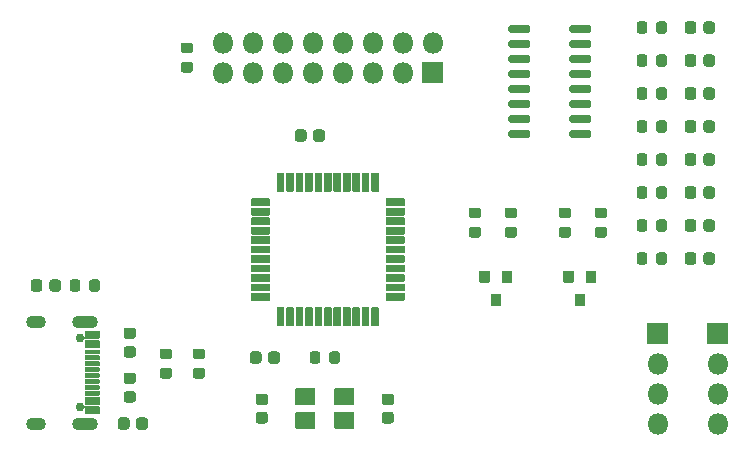
<source format=gbr>
%TF.GenerationSoftware,KiCad,Pcbnew,(5.1.7)-1*%
%TF.CreationDate,2020-10-25T16:34:13+08:00*%
%TF.ProjectId,MuseDash-Peaches2,4d757365-4461-4736-982d-506561636865,rev?*%
%TF.SameCoordinates,Original*%
%TF.FileFunction,Soldermask,Top*%
%TF.FilePolarity,Negative*%
%FSLAX46Y46*%
G04 Gerber Fmt 4.6, Leading zero omitted, Abs format (unit mm)*
G04 Created by KiCad (PCBNEW (5.1.7)-1) date 2020-10-25 16:34:13*
%MOMM*%
%LPD*%
G01*
G04 APERTURE LIST*
%ADD10O,1.800000X1.800000*%
%ADD11C,0.750000*%
%ADD12O,1.700000X1.100000*%
%ADD13O,2.200000X1.100000*%
%ADD14C,0.350000*%
G04 APERTURE END LIST*
%TO.C,C3*%
G36*
G01*
X122195000Y-93197000D02*
X121645000Y-93197000D01*
G75*
G02*
X121395000Y-92947000I0J250000D01*
G01*
X121395000Y-92447000D01*
G75*
G02*
X121645000Y-92197000I250000J0D01*
G01*
X122195000Y-92197000D01*
G75*
G02*
X122445000Y-92447000I0J-250000D01*
G01*
X122445000Y-92947000D01*
G75*
G02*
X122195000Y-93197000I-250000J0D01*
G01*
G37*
G36*
G01*
X122195000Y-94747000D02*
X121645000Y-94747000D01*
G75*
G02*
X121395000Y-94497000I0J250000D01*
G01*
X121395000Y-93997000D01*
G75*
G02*
X121645000Y-93747000I250000J0D01*
G01*
X122195000Y-93747000D01*
G75*
G02*
X122445000Y-93997000I0J-250000D01*
G01*
X122445000Y-94497000D01*
G75*
G02*
X122195000Y-94747000I-250000J0D01*
G01*
G37*
%TD*%
%TO.C,C2*%
G36*
G01*
X132863000Y-93197000D02*
X132313000Y-93197000D01*
G75*
G02*
X132063000Y-92947000I0J250000D01*
G01*
X132063000Y-92447000D01*
G75*
G02*
X132313000Y-92197000I250000J0D01*
G01*
X132863000Y-92197000D01*
G75*
G02*
X133113000Y-92447000I0J-250000D01*
G01*
X133113000Y-92947000D01*
G75*
G02*
X132863000Y-93197000I-250000J0D01*
G01*
G37*
G36*
G01*
X132863000Y-94747000D02*
X132313000Y-94747000D01*
G75*
G02*
X132063000Y-94497000I0J250000D01*
G01*
X132063000Y-93997000D01*
G75*
G02*
X132313000Y-93747000I250000J0D01*
G01*
X132863000Y-93747000D01*
G75*
G02*
X133113000Y-93997000I0J-250000D01*
G01*
X133113000Y-94497000D01*
G75*
G02*
X132863000Y-94747000I-250000J0D01*
G01*
G37*
%TD*%
%TO.C,R6*%
G36*
G01*
X116286000Y-90037000D02*
X116886000Y-90037000D01*
G75*
G02*
X117111000Y-90262000I0J-225000D01*
G01*
X117111000Y-90712000D01*
G75*
G02*
X116886000Y-90937000I-225000J0D01*
G01*
X116286000Y-90937000D01*
G75*
G02*
X116061000Y-90712000I0J225000D01*
G01*
X116061000Y-90262000D01*
G75*
G02*
X116286000Y-90037000I225000J0D01*
G01*
G37*
G36*
G01*
X116286000Y-88387000D02*
X116886000Y-88387000D01*
G75*
G02*
X117111000Y-88612000I0J-225000D01*
G01*
X117111000Y-89062000D01*
G75*
G02*
X116886000Y-89287000I-225000J0D01*
G01*
X116286000Y-89287000D01*
G75*
G02*
X116061000Y-89062000I0J225000D01*
G01*
X116061000Y-88612000D01*
G75*
G02*
X116286000Y-88387000I225000J0D01*
G01*
G37*
%TD*%
%TO.C,C1*%
G36*
G01*
X110723000Y-94467000D02*
X110723000Y-95017000D01*
G75*
G02*
X110473000Y-95267000I-250000J0D01*
G01*
X109973000Y-95267000D01*
G75*
G02*
X109723000Y-95017000I0J250000D01*
G01*
X109723000Y-94467000D01*
G75*
G02*
X109973000Y-94217000I250000J0D01*
G01*
X110473000Y-94217000D01*
G75*
G02*
X110723000Y-94467000I0J-250000D01*
G01*
G37*
G36*
G01*
X112273000Y-94467000D02*
X112273000Y-95017000D01*
G75*
G02*
X112023000Y-95267000I-250000J0D01*
G01*
X111523000Y-95267000D01*
G75*
G02*
X111273000Y-95017000I0J250000D01*
G01*
X111273000Y-94467000D01*
G75*
G02*
X111523000Y-94217000I250000J0D01*
G01*
X112023000Y-94217000D01*
G75*
G02*
X112273000Y-94467000I0J-250000D01*
G01*
G37*
%TD*%
%TO.C,D4*%
G36*
G01*
X110462750Y-88184000D02*
X111025250Y-88184000D01*
G75*
G02*
X111269000Y-88427750I0J-243750D01*
G01*
X111269000Y-88915250D01*
G75*
G02*
X111025250Y-89159000I-243750J0D01*
G01*
X110462750Y-89159000D01*
G75*
G02*
X110219000Y-88915250I0J243750D01*
G01*
X110219000Y-88427750D01*
G75*
G02*
X110462750Y-88184000I243750J0D01*
G01*
G37*
G36*
G01*
X110462750Y-86609000D02*
X111025250Y-86609000D01*
G75*
G02*
X111269000Y-86852750I0J-243750D01*
G01*
X111269000Y-87340250D01*
G75*
G02*
X111025250Y-87584000I-243750J0D01*
G01*
X110462750Y-87584000D01*
G75*
G02*
X110219000Y-87340250I0J243750D01*
G01*
X110219000Y-86852750D01*
G75*
G02*
X110462750Y-86609000I243750J0D01*
G01*
G37*
%TD*%
%TO.C,D3*%
G36*
G01*
X111025250Y-92969000D02*
X110462750Y-92969000D01*
G75*
G02*
X110219000Y-92725250I0J243750D01*
G01*
X110219000Y-92237750D01*
G75*
G02*
X110462750Y-91994000I243750J0D01*
G01*
X111025250Y-91994000D01*
G75*
G02*
X111269000Y-92237750I0J-243750D01*
G01*
X111269000Y-92725250D01*
G75*
G02*
X111025250Y-92969000I-243750J0D01*
G01*
G37*
G36*
G01*
X111025250Y-91394000D02*
X110462750Y-91394000D01*
G75*
G02*
X110219000Y-91150250I0J243750D01*
G01*
X110219000Y-90662750D01*
G75*
G02*
X110462750Y-90419000I243750J0D01*
G01*
X111025250Y-90419000D01*
G75*
G02*
X111269000Y-90662750I0J-243750D01*
G01*
X111269000Y-91150250D01*
G75*
G02*
X111025250Y-91394000I-243750J0D01*
G01*
G37*
%TD*%
%TO.C,J3*%
G36*
G01*
X159628000Y-87972000D02*
X159628000Y-86272000D01*
G75*
G02*
X159678000Y-86222000I50000J0D01*
G01*
X161378000Y-86222000D01*
G75*
G02*
X161428000Y-86272000I0J-50000D01*
G01*
X161428000Y-87972000D01*
G75*
G02*
X161378000Y-88022000I-50000J0D01*
G01*
X159678000Y-88022000D01*
G75*
G02*
X159628000Y-87972000I0J50000D01*
G01*
G37*
D10*
X160528000Y-89662000D03*
X160528000Y-92202000D03*
X160528000Y-94742000D03*
%TD*%
%TO.C,Y1*%
G36*
G01*
X129754000Y-93822000D02*
X129754000Y-95122000D01*
G75*
G02*
X129704000Y-95172000I-50000J0D01*
G01*
X128104000Y-95172000D01*
G75*
G02*
X128054000Y-95122000I0J50000D01*
G01*
X128054000Y-93822000D01*
G75*
G02*
X128104000Y-93772000I50000J0D01*
G01*
X129704000Y-93772000D01*
G75*
G02*
X129754000Y-93822000I0J-50000D01*
G01*
G37*
G36*
G01*
X126454000Y-93822000D02*
X126454000Y-95122000D01*
G75*
G02*
X126404000Y-95172000I-50000J0D01*
G01*
X124804000Y-95172000D01*
G75*
G02*
X124754000Y-95122000I0J50000D01*
G01*
X124754000Y-93822000D01*
G75*
G02*
X124804000Y-93772000I50000J0D01*
G01*
X126404000Y-93772000D01*
G75*
G02*
X126454000Y-93822000I0J-50000D01*
G01*
G37*
G36*
G01*
X126454000Y-91822000D02*
X126454000Y-93122000D01*
G75*
G02*
X126404000Y-93172000I-50000J0D01*
G01*
X124804000Y-93172000D01*
G75*
G02*
X124754000Y-93122000I0J50000D01*
G01*
X124754000Y-91822000D01*
G75*
G02*
X124804000Y-91772000I50000J0D01*
G01*
X126404000Y-91772000D01*
G75*
G02*
X126454000Y-91822000I0J-50000D01*
G01*
G37*
G36*
G01*
X129754000Y-91822000D02*
X129754000Y-93122000D01*
G75*
G02*
X129704000Y-93172000I-50000J0D01*
G01*
X128104000Y-93172000D01*
G75*
G02*
X128054000Y-93122000I0J50000D01*
G01*
X128054000Y-91822000D01*
G75*
G02*
X128104000Y-91772000I50000J0D01*
G01*
X129704000Y-91772000D01*
G75*
G02*
X129754000Y-91822000I0J-50000D01*
G01*
G37*
%TD*%
%TO.C,U2*%
G36*
G01*
X123783000Y-75110000D02*
X123233000Y-75110000D01*
G75*
G02*
X123183000Y-75060000I0J50000D01*
G01*
X123183000Y-73560000D01*
G75*
G02*
X123233000Y-73510000I50000J0D01*
G01*
X123783000Y-73510000D01*
G75*
G02*
X123833000Y-73560000I0J-50000D01*
G01*
X123833000Y-75060000D01*
G75*
G02*
X123783000Y-75110000I-50000J0D01*
G01*
G37*
G36*
G01*
X124583000Y-75110000D02*
X124033000Y-75110000D01*
G75*
G02*
X123983000Y-75060000I0J50000D01*
G01*
X123983000Y-73560000D01*
G75*
G02*
X124033000Y-73510000I50000J0D01*
G01*
X124583000Y-73510000D01*
G75*
G02*
X124633000Y-73560000I0J-50000D01*
G01*
X124633000Y-75060000D01*
G75*
G02*
X124583000Y-75110000I-50000J0D01*
G01*
G37*
G36*
G01*
X125383000Y-75110000D02*
X124833000Y-75110000D01*
G75*
G02*
X124783000Y-75060000I0J50000D01*
G01*
X124783000Y-73560000D01*
G75*
G02*
X124833000Y-73510000I50000J0D01*
G01*
X125383000Y-73510000D01*
G75*
G02*
X125433000Y-73560000I0J-50000D01*
G01*
X125433000Y-75060000D01*
G75*
G02*
X125383000Y-75110000I-50000J0D01*
G01*
G37*
G36*
G01*
X126183000Y-75110000D02*
X125633000Y-75110000D01*
G75*
G02*
X125583000Y-75060000I0J50000D01*
G01*
X125583000Y-73560000D01*
G75*
G02*
X125633000Y-73510000I50000J0D01*
G01*
X126183000Y-73510000D01*
G75*
G02*
X126233000Y-73560000I0J-50000D01*
G01*
X126233000Y-75060000D01*
G75*
G02*
X126183000Y-75110000I-50000J0D01*
G01*
G37*
G36*
G01*
X126983000Y-75110000D02*
X126433000Y-75110000D01*
G75*
G02*
X126383000Y-75060000I0J50000D01*
G01*
X126383000Y-73560000D01*
G75*
G02*
X126433000Y-73510000I50000J0D01*
G01*
X126983000Y-73510000D01*
G75*
G02*
X127033000Y-73560000I0J-50000D01*
G01*
X127033000Y-75060000D01*
G75*
G02*
X126983000Y-75110000I-50000J0D01*
G01*
G37*
G36*
G01*
X127783000Y-75110000D02*
X127233000Y-75110000D01*
G75*
G02*
X127183000Y-75060000I0J50000D01*
G01*
X127183000Y-73560000D01*
G75*
G02*
X127233000Y-73510000I50000J0D01*
G01*
X127783000Y-73510000D01*
G75*
G02*
X127833000Y-73560000I0J-50000D01*
G01*
X127833000Y-75060000D01*
G75*
G02*
X127783000Y-75110000I-50000J0D01*
G01*
G37*
G36*
G01*
X128583000Y-75110000D02*
X128033000Y-75110000D01*
G75*
G02*
X127983000Y-75060000I0J50000D01*
G01*
X127983000Y-73560000D01*
G75*
G02*
X128033000Y-73510000I50000J0D01*
G01*
X128583000Y-73510000D01*
G75*
G02*
X128633000Y-73560000I0J-50000D01*
G01*
X128633000Y-75060000D01*
G75*
G02*
X128583000Y-75110000I-50000J0D01*
G01*
G37*
G36*
G01*
X129383000Y-75110000D02*
X128833000Y-75110000D01*
G75*
G02*
X128783000Y-75060000I0J50000D01*
G01*
X128783000Y-73560000D01*
G75*
G02*
X128833000Y-73510000I50000J0D01*
G01*
X129383000Y-73510000D01*
G75*
G02*
X129433000Y-73560000I0J-50000D01*
G01*
X129433000Y-75060000D01*
G75*
G02*
X129383000Y-75110000I-50000J0D01*
G01*
G37*
G36*
G01*
X130183000Y-75110000D02*
X129633000Y-75110000D01*
G75*
G02*
X129583000Y-75060000I0J50000D01*
G01*
X129583000Y-73560000D01*
G75*
G02*
X129633000Y-73510000I50000J0D01*
G01*
X130183000Y-73510000D01*
G75*
G02*
X130233000Y-73560000I0J-50000D01*
G01*
X130233000Y-75060000D01*
G75*
G02*
X130183000Y-75110000I-50000J0D01*
G01*
G37*
G36*
G01*
X130983000Y-75110000D02*
X130433000Y-75110000D01*
G75*
G02*
X130383000Y-75060000I0J50000D01*
G01*
X130383000Y-73560000D01*
G75*
G02*
X130433000Y-73510000I50000J0D01*
G01*
X130983000Y-73510000D01*
G75*
G02*
X131033000Y-73560000I0J-50000D01*
G01*
X131033000Y-75060000D01*
G75*
G02*
X130983000Y-75110000I-50000J0D01*
G01*
G37*
G36*
G01*
X131783000Y-75110000D02*
X131233000Y-75110000D01*
G75*
G02*
X131183000Y-75060000I0J50000D01*
G01*
X131183000Y-73560000D01*
G75*
G02*
X131233000Y-73510000I50000J0D01*
G01*
X131783000Y-73510000D01*
G75*
G02*
X131833000Y-73560000I0J-50000D01*
G01*
X131833000Y-75060000D01*
G75*
G02*
X131783000Y-75110000I-50000J0D01*
G01*
G37*
G36*
G01*
X132408000Y-76285000D02*
X132408000Y-75735000D01*
G75*
G02*
X132458000Y-75685000I50000J0D01*
G01*
X133958000Y-75685000D01*
G75*
G02*
X134008000Y-75735000I0J-50000D01*
G01*
X134008000Y-76285000D01*
G75*
G02*
X133958000Y-76335000I-50000J0D01*
G01*
X132458000Y-76335000D01*
G75*
G02*
X132408000Y-76285000I0J50000D01*
G01*
G37*
G36*
G01*
X132408000Y-77085000D02*
X132408000Y-76535000D01*
G75*
G02*
X132458000Y-76485000I50000J0D01*
G01*
X133958000Y-76485000D01*
G75*
G02*
X134008000Y-76535000I0J-50000D01*
G01*
X134008000Y-77085000D01*
G75*
G02*
X133958000Y-77135000I-50000J0D01*
G01*
X132458000Y-77135000D01*
G75*
G02*
X132408000Y-77085000I0J50000D01*
G01*
G37*
G36*
G01*
X132408000Y-77885000D02*
X132408000Y-77335000D01*
G75*
G02*
X132458000Y-77285000I50000J0D01*
G01*
X133958000Y-77285000D01*
G75*
G02*
X134008000Y-77335000I0J-50000D01*
G01*
X134008000Y-77885000D01*
G75*
G02*
X133958000Y-77935000I-50000J0D01*
G01*
X132458000Y-77935000D01*
G75*
G02*
X132408000Y-77885000I0J50000D01*
G01*
G37*
G36*
G01*
X132408000Y-78685000D02*
X132408000Y-78135000D01*
G75*
G02*
X132458000Y-78085000I50000J0D01*
G01*
X133958000Y-78085000D01*
G75*
G02*
X134008000Y-78135000I0J-50000D01*
G01*
X134008000Y-78685000D01*
G75*
G02*
X133958000Y-78735000I-50000J0D01*
G01*
X132458000Y-78735000D01*
G75*
G02*
X132408000Y-78685000I0J50000D01*
G01*
G37*
G36*
G01*
X132408000Y-79485000D02*
X132408000Y-78935000D01*
G75*
G02*
X132458000Y-78885000I50000J0D01*
G01*
X133958000Y-78885000D01*
G75*
G02*
X134008000Y-78935000I0J-50000D01*
G01*
X134008000Y-79485000D01*
G75*
G02*
X133958000Y-79535000I-50000J0D01*
G01*
X132458000Y-79535000D01*
G75*
G02*
X132408000Y-79485000I0J50000D01*
G01*
G37*
G36*
G01*
X132408000Y-80285000D02*
X132408000Y-79735000D01*
G75*
G02*
X132458000Y-79685000I50000J0D01*
G01*
X133958000Y-79685000D01*
G75*
G02*
X134008000Y-79735000I0J-50000D01*
G01*
X134008000Y-80285000D01*
G75*
G02*
X133958000Y-80335000I-50000J0D01*
G01*
X132458000Y-80335000D01*
G75*
G02*
X132408000Y-80285000I0J50000D01*
G01*
G37*
G36*
G01*
X132408000Y-81085000D02*
X132408000Y-80535000D01*
G75*
G02*
X132458000Y-80485000I50000J0D01*
G01*
X133958000Y-80485000D01*
G75*
G02*
X134008000Y-80535000I0J-50000D01*
G01*
X134008000Y-81085000D01*
G75*
G02*
X133958000Y-81135000I-50000J0D01*
G01*
X132458000Y-81135000D01*
G75*
G02*
X132408000Y-81085000I0J50000D01*
G01*
G37*
G36*
G01*
X132408000Y-81885000D02*
X132408000Y-81335000D01*
G75*
G02*
X132458000Y-81285000I50000J0D01*
G01*
X133958000Y-81285000D01*
G75*
G02*
X134008000Y-81335000I0J-50000D01*
G01*
X134008000Y-81885000D01*
G75*
G02*
X133958000Y-81935000I-50000J0D01*
G01*
X132458000Y-81935000D01*
G75*
G02*
X132408000Y-81885000I0J50000D01*
G01*
G37*
G36*
G01*
X132408000Y-82685000D02*
X132408000Y-82135000D01*
G75*
G02*
X132458000Y-82085000I50000J0D01*
G01*
X133958000Y-82085000D01*
G75*
G02*
X134008000Y-82135000I0J-50000D01*
G01*
X134008000Y-82685000D01*
G75*
G02*
X133958000Y-82735000I-50000J0D01*
G01*
X132458000Y-82735000D01*
G75*
G02*
X132408000Y-82685000I0J50000D01*
G01*
G37*
G36*
G01*
X132408000Y-83485000D02*
X132408000Y-82935000D01*
G75*
G02*
X132458000Y-82885000I50000J0D01*
G01*
X133958000Y-82885000D01*
G75*
G02*
X134008000Y-82935000I0J-50000D01*
G01*
X134008000Y-83485000D01*
G75*
G02*
X133958000Y-83535000I-50000J0D01*
G01*
X132458000Y-83535000D01*
G75*
G02*
X132408000Y-83485000I0J50000D01*
G01*
G37*
G36*
G01*
X132408000Y-84285000D02*
X132408000Y-83735000D01*
G75*
G02*
X132458000Y-83685000I50000J0D01*
G01*
X133958000Y-83685000D01*
G75*
G02*
X134008000Y-83735000I0J-50000D01*
G01*
X134008000Y-84285000D01*
G75*
G02*
X133958000Y-84335000I-50000J0D01*
G01*
X132458000Y-84335000D01*
G75*
G02*
X132408000Y-84285000I0J50000D01*
G01*
G37*
G36*
G01*
X131783000Y-86510000D02*
X131233000Y-86510000D01*
G75*
G02*
X131183000Y-86460000I0J50000D01*
G01*
X131183000Y-84960000D01*
G75*
G02*
X131233000Y-84910000I50000J0D01*
G01*
X131783000Y-84910000D01*
G75*
G02*
X131833000Y-84960000I0J-50000D01*
G01*
X131833000Y-86460000D01*
G75*
G02*
X131783000Y-86510000I-50000J0D01*
G01*
G37*
G36*
G01*
X130983000Y-86510000D02*
X130433000Y-86510000D01*
G75*
G02*
X130383000Y-86460000I0J50000D01*
G01*
X130383000Y-84960000D01*
G75*
G02*
X130433000Y-84910000I50000J0D01*
G01*
X130983000Y-84910000D01*
G75*
G02*
X131033000Y-84960000I0J-50000D01*
G01*
X131033000Y-86460000D01*
G75*
G02*
X130983000Y-86510000I-50000J0D01*
G01*
G37*
G36*
G01*
X130183000Y-86510000D02*
X129633000Y-86510000D01*
G75*
G02*
X129583000Y-86460000I0J50000D01*
G01*
X129583000Y-84960000D01*
G75*
G02*
X129633000Y-84910000I50000J0D01*
G01*
X130183000Y-84910000D01*
G75*
G02*
X130233000Y-84960000I0J-50000D01*
G01*
X130233000Y-86460000D01*
G75*
G02*
X130183000Y-86510000I-50000J0D01*
G01*
G37*
G36*
G01*
X129383000Y-86510000D02*
X128833000Y-86510000D01*
G75*
G02*
X128783000Y-86460000I0J50000D01*
G01*
X128783000Y-84960000D01*
G75*
G02*
X128833000Y-84910000I50000J0D01*
G01*
X129383000Y-84910000D01*
G75*
G02*
X129433000Y-84960000I0J-50000D01*
G01*
X129433000Y-86460000D01*
G75*
G02*
X129383000Y-86510000I-50000J0D01*
G01*
G37*
G36*
G01*
X128583000Y-86510000D02*
X128033000Y-86510000D01*
G75*
G02*
X127983000Y-86460000I0J50000D01*
G01*
X127983000Y-84960000D01*
G75*
G02*
X128033000Y-84910000I50000J0D01*
G01*
X128583000Y-84910000D01*
G75*
G02*
X128633000Y-84960000I0J-50000D01*
G01*
X128633000Y-86460000D01*
G75*
G02*
X128583000Y-86510000I-50000J0D01*
G01*
G37*
G36*
G01*
X127783000Y-86510000D02*
X127233000Y-86510000D01*
G75*
G02*
X127183000Y-86460000I0J50000D01*
G01*
X127183000Y-84960000D01*
G75*
G02*
X127233000Y-84910000I50000J0D01*
G01*
X127783000Y-84910000D01*
G75*
G02*
X127833000Y-84960000I0J-50000D01*
G01*
X127833000Y-86460000D01*
G75*
G02*
X127783000Y-86510000I-50000J0D01*
G01*
G37*
G36*
G01*
X126983000Y-86510000D02*
X126433000Y-86510000D01*
G75*
G02*
X126383000Y-86460000I0J50000D01*
G01*
X126383000Y-84960000D01*
G75*
G02*
X126433000Y-84910000I50000J0D01*
G01*
X126983000Y-84910000D01*
G75*
G02*
X127033000Y-84960000I0J-50000D01*
G01*
X127033000Y-86460000D01*
G75*
G02*
X126983000Y-86510000I-50000J0D01*
G01*
G37*
G36*
G01*
X126183000Y-86510000D02*
X125633000Y-86510000D01*
G75*
G02*
X125583000Y-86460000I0J50000D01*
G01*
X125583000Y-84960000D01*
G75*
G02*
X125633000Y-84910000I50000J0D01*
G01*
X126183000Y-84910000D01*
G75*
G02*
X126233000Y-84960000I0J-50000D01*
G01*
X126233000Y-86460000D01*
G75*
G02*
X126183000Y-86510000I-50000J0D01*
G01*
G37*
G36*
G01*
X125383000Y-86510000D02*
X124833000Y-86510000D01*
G75*
G02*
X124783000Y-86460000I0J50000D01*
G01*
X124783000Y-84960000D01*
G75*
G02*
X124833000Y-84910000I50000J0D01*
G01*
X125383000Y-84910000D01*
G75*
G02*
X125433000Y-84960000I0J-50000D01*
G01*
X125433000Y-86460000D01*
G75*
G02*
X125383000Y-86510000I-50000J0D01*
G01*
G37*
G36*
G01*
X124583000Y-86510000D02*
X124033000Y-86510000D01*
G75*
G02*
X123983000Y-86460000I0J50000D01*
G01*
X123983000Y-84960000D01*
G75*
G02*
X124033000Y-84910000I50000J0D01*
G01*
X124583000Y-84910000D01*
G75*
G02*
X124633000Y-84960000I0J-50000D01*
G01*
X124633000Y-86460000D01*
G75*
G02*
X124583000Y-86510000I-50000J0D01*
G01*
G37*
G36*
G01*
X123783000Y-86510000D02*
X123233000Y-86510000D01*
G75*
G02*
X123183000Y-86460000I0J50000D01*
G01*
X123183000Y-84960000D01*
G75*
G02*
X123233000Y-84910000I50000J0D01*
G01*
X123783000Y-84910000D01*
G75*
G02*
X123833000Y-84960000I0J-50000D01*
G01*
X123833000Y-86460000D01*
G75*
G02*
X123783000Y-86510000I-50000J0D01*
G01*
G37*
G36*
G01*
X121008000Y-84285000D02*
X121008000Y-83735000D01*
G75*
G02*
X121058000Y-83685000I50000J0D01*
G01*
X122558000Y-83685000D01*
G75*
G02*
X122608000Y-83735000I0J-50000D01*
G01*
X122608000Y-84285000D01*
G75*
G02*
X122558000Y-84335000I-50000J0D01*
G01*
X121058000Y-84335000D01*
G75*
G02*
X121008000Y-84285000I0J50000D01*
G01*
G37*
G36*
G01*
X121008000Y-83485000D02*
X121008000Y-82935000D01*
G75*
G02*
X121058000Y-82885000I50000J0D01*
G01*
X122558000Y-82885000D01*
G75*
G02*
X122608000Y-82935000I0J-50000D01*
G01*
X122608000Y-83485000D01*
G75*
G02*
X122558000Y-83535000I-50000J0D01*
G01*
X121058000Y-83535000D01*
G75*
G02*
X121008000Y-83485000I0J50000D01*
G01*
G37*
G36*
G01*
X121008000Y-82685000D02*
X121008000Y-82135000D01*
G75*
G02*
X121058000Y-82085000I50000J0D01*
G01*
X122558000Y-82085000D01*
G75*
G02*
X122608000Y-82135000I0J-50000D01*
G01*
X122608000Y-82685000D01*
G75*
G02*
X122558000Y-82735000I-50000J0D01*
G01*
X121058000Y-82735000D01*
G75*
G02*
X121008000Y-82685000I0J50000D01*
G01*
G37*
G36*
G01*
X121008000Y-81885000D02*
X121008000Y-81335000D01*
G75*
G02*
X121058000Y-81285000I50000J0D01*
G01*
X122558000Y-81285000D01*
G75*
G02*
X122608000Y-81335000I0J-50000D01*
G01*
X122608000Y-81885000D01*
G75*
G02*
X122558000Y-81935000I-50000J0D01*
G01*
X121058000Y-81935000D01*
G75*
G02*
X121008000Y-81885000I0J50000D01*
G01*
G37*
G36*
G01*
X121008000Y-81085000D02*
X121008000Y-80535000D01*
G75*
G02*
X121058000Y-80485000I50000J0D01*
G01*
X122558000Y-80485000D01*
G75*
G02*
X122608000Y-80535000I0J-50000D01*
G01*
X122608000Y-81085000D01*
G75*
G02*
X122558000Y-81135000I-50000J0D01*
G01*
X121058000Y-81135000D01*
G75*
G02*
X121008000Y-81085000I0J50000D01*
G01*
G37*
G36*
G01*
X121008000Y-80285000D02*
X121008000Y-79735000D01*
G75*
G02*
X121058000Y-79685000I50000J0D01*
G01*
X122558000Y-79685000D01*
G75*
G02*
X122608000Y-79735000I0J-50000D01*
G01*
X122608000Y-80285000D01*
G75*
G02*
X122558000Y-80335000I-50000J0D01*
G01*
X121058000Y-80335000D01*
G75*
G02*
X121008000Y-80285000I0J50000D01*
G01*
G37*
G36*
G01*
X121008000Y-79485000D02*
X121008000Y-78935000D01*
G75*
G02*
X121058000Y-78885000I50000J0D01*
G01*
X122558000Y-78885000D01*
G75*
G02*
X122608000Y-78935000I0J-50000D01*
G01*
X122608000Y-79485000D01*
G75*
G02*
X122558000Y-79535000I-50000J0D01*
G01*
X121058000Y-79535000D01*
G75*
G02*
X121008000Y-79485000I0J50000D01*
G01*
G37*
G36*
G01*
X121008000Y-78685000D02*
X121008000Y-78135000D01*
G75*
G02*
X121058000Y-78085000I50000J0D01*
G01*
X122558000Y-78085000D01*
G75*
G02*
X122608000Y-78135000I0J-50000D01*
G01*
X122608000Y-78685000D01*
G75*
G02*
X122558000Y-78735000I-50000J0D01*
G01*
X121058000Y-78735000D01*
G75*
G02*
X121008000Y-78685000I0J50000D01*
G01*
G37*
G36*
G01*
X121008000Y-77885000D02*
X121008000Y-77335000D01*
G75*
G02*
X121058000Y-77285000I50000J0D01*
G01*
X122558000Y-77285000D01*
G75*
G02*
X122608000Y-77335000I0J-50000D01*
G01*
X122608000Y-77885000D01*
G75*
G02*
X122558000Y-77935000I-50000J0D01*
G01*
X121058000Y-77935000D01*
G75*
G02*
X121008000Y-77885000I0J50000D01*
G01*
G37*
G36*
G01*
X121008000Y-77085000D02*
X121008000Y-76535000D01*
G75*
G02*
X121058000Y-76485000I50000J0D01*
G01*
X122558000Y-76485000D01*
G75*
G02*
X122608000Y-76535000I0J-50000D01*
G01*
X122608000Y-77085000D01*
G75*
G02*
X122558000Y-77135000I-50000J0D01*
G01*
X121058000Y-77135000D01*
G75*
G02*
X121008000Y-77085000I0J50000D01*
G01*
G37*
G36*
G01*
X121008000Y-76285000D02*
X121008000Y-75735000D01*
G75*
G02*
X121058000Y-75685000I50000J0D01*
G01*
X122558000Y-75685000D01*
G75*
G02*
X122608000Y-75735000I0J-50000D01*
G01*
X122608000Y-76285000D01*
G75*
G02*
X122558000Y-76335000I-50000J0D01*
G01*
X121058000Y-76335000D01*
G75*
G02*
X121008000Y-76285000I0J50000D01*
G01*
G37*
%TD*%
%TO.C,U1*%
G36*
G01*
X149804000Y-70056000D02*
X149804000Y-70406000D01*
G75*
G02*
X149629000Y-70581000I-175000J0D01*
G01*
X148129000Y-70581000D01*
G75*
G02*
X147954000Y-70406000I0J175000D01*
G01*
X147954000Y-70056000D01*
G75*
G02*
X148129000Y-69881000I175000J0D01*
G01*
X149629000Y-69881000D01*
G75*
G02*
X149804000Y-70056000I0J-175000D01*
G01*
G37*
G36*
G01*
X149804000Y-68786000D02*
X149804000Y-69136000D01*
G75*
G02*
X149629000Y-69311000I-175000J0D01*
G01*
X148129000Y-69311000D01*
G75*
G02*
X147954000Y-69136000I0J175000D01*
G01*
X147954000Y-68786000D01*
G75*
G02*
X148129000Y-68611000I175000J0D01*
G01*
X149629000Y-68611000D01*
G75*
G02*
X149804000Y-68786000I0J-175000D01*
G01*
G37*
G36*
G01*
X149804000Y-67516000D02*
X149804000Y-67866000D01*
G75*
G02*
X149629000Y-68041000I-175000J0D01*
G01*
X148129000Y-68041000D01*
G75*
G02*
X147954000Y-67866000I0J175000D01*
G01*
X147954000Y-67516000D01*
G75*
G02*
X148129000Y-67341000I175000J0D01*
G01*
X149629000Y-67341000D01*
G75*
G02*
X149804000Y-67516000I0J-175000D01*
G01*
G37*
G36*
G01*
X149804000Y-66246000D02*
X149804000Y-66596000D01*
G75*
G02*
X149629000Y-66771000I-175000J0D01*
G01*
X148129000Y-66771000D01*
G75*
G02*
X147954000Y-66596000I0J175000D01*
G01*
X147954000Y-66246000D01*
G75*
G02*
X148129000Y-66071000I175000J0D01*
G01*
X149629000Y-66071000D01*
G75*
G02*
X149804000Y-66246000I0J-175000D01*
G01*
G37*
G36*
G01*
X149804000Y-64976000D02*
X149804000Y-65326000D01*
G75*
G02*
X149629000Y-65501000I-175000J0D01*
G01*
X148129000Y-65501000D01*
G75*
G02*
X147954000Y-65326000I0J175000D01*
G01*
X147954000Y-64976000D01*
G75*
G02*
X148129000Y-64801000I175000J0D01*
G01*
X149629000Y-64801000D01*
G75*
G02*
X149804000Y-64976000I0J-175000D01*
G01*
G37*
G36*
G01*
X149804000Y-63706000D02*
X149804000Y-64056000D01*
G75*
G02*
X149629000Y-64231000I-175000J0D01*
G01*
X148129000Y-64231000D01*
G75*
G02*
X147954000Y-64056000I0J175000D01*
G01*
X147954000Y-63706000D01*
G75*
G02*
X148129000Y-63531000I175000J0D01*
G01*
X149629000Y-63531000D01*
G75*
G02*
X149804000Y-63706000I0J-175000D01*
G01*
G37*
G36*
G01*
X149804000Y-62436000D02*
X149804000Y-62786000D01*
G75*
G02*
X149629000Y-62961000I-175000J0D01*
G01*
X148129000Y-62961000D01*
G75*
G02*
X147954000Y-62786000I0J175000D01*
G01*
X147954000Y-62436000D01*
G75*
G02*
X148129000Y-62261000I175000J0D01*
G01*
X149629000Y-62261000D01*
G75*
G02*
X149804000Y-62436000I0J-175000D01*
G01*
G37*
G36*
G01*
X149804000Y-61166000D02*
X149804000Y-61516000D01*
G75*
G02*
X149629000Y-61691000I-175000J0D01*
G01*
X148129000Y-61691000D01*
G75*
G02*
X147954000Y-61516000I0J175000D01*
G01*
X147954000Y-61166000D01*
G75*
G02*
X148129000Y-60991000I175000J0D01*
G01*
X149629000Y-60991000D01*
G75*
G02*
X149804000Y-61166000I0J-175000D01*
G01*
G37*
G36*
G01*
X144654000Y-61166000D02*
X144654000Y-61516000D01*
G75*
G02*
X144479000Y-61691000I-175000J0D01*
G01*
X142979000Y-61691000D01*
G75*
G02*
X142804000Y-61516000I0J175000D01*
G01*
X142804000Y-61166000D01*
G75*
G02*
X142979000Y-60991000I175000J0D01*
G01*
X144479000Y-60991000D01*
G75*
G02*
X144654000Y-61166000I0J-175000D01*
G01*
G37*
G36*
G01*
X144654000Y-62436000D02*
X144654000Y-62786000D01*
G75*
G02*
X144479000Y-62961000I-175000J0D01*
G01*
X142979000Y-62961000D01*
G75*
G02*
X142804000Y-62786000I0J175000D01*
G01*
X142804000Y-62436000D01*
G75*
G02*
X142979000Y-62261000I175000J0D01*
G01*
X144479000Y-62261000D01*
G75*
G02*
X144654000Y-62436000I0J-175000D01*
G01*
G37*
G36*
G01*
X144654000Y-63706000D02*
X144654000Y-64056000D01*
G75*
G02*
X144479000Y-64231000I-175000J0D01*
G01*
X142979000Y-64231000D01*
G75*
G02*
X142804000Y-64056000I0J175000D01*
G01*
X142804000Y-63706000D01*
G75*
G02*
X142979000Y-63531000I175000J0D01*
G01*
X144479000Y-63531000D01*
G75*
G02*
X144654000Y-63706000I0J-175000D01*
G01*
G37*
G36*
G01*
X144654000Y-64976000D02*
X144654000Y-65326000D01*
G75*
G02*
X144479000Y-65501000I-175000J0D01*
G01*
X142979000Y-65501000D01*
G75*
G02*
X142804000Y-65326000I0J175000D01*
G01*
X142804000Y-64976000D01*
G75*
G02*
X142979000Y-64801000I175000J0D01*
G01*
X144479000Y-64801000D01*
G75*
G02*
X144654000Y-64976000I0J-175000D01*
G01*
G37*
G36*
G01*
X144654000Y-66246000D02*
X144654000Y-66596000D01*
G75*
G02*
X144479000Y-66771000I-175000J0D01*
G01*
X142979000Y-66771000D01*
G75*
G02*
X142804000Y-66596000I0J175000D01*
G01*
X142804000Y-66246000D01*
G75*
G02*
X142979000Y-66071000I175000J0D01*
G01*
X144479000Y-66071000D01*
G75*
G02*
X144654000Y-66246000I0J-175000D01*
G01*
G37*
G36*
G01*
X144654000Y-67516000D02*
X144654000Y-67866000D01*
G75*
G02*
X144479000Y-68041000I-175000J0D01*
G01*
X142979000Y-68041000D01*
G75*
G02*
X142804000Y-67866000I0J175000D01*
G01*
X142804000Y-67516000D01*
G75*
G02*
X142979000Y-67341000I175000J0D01*
G01*
X144479000Y-67341000D01*
G75*
G02*
X144654000Y-67516000I0J-175000D01*
G01*
G37*
G36*
G01*
X144654000Y-68786000D02*
X144654000Y-69136000D01*
G75*
G02*
X144479000Y-69311000I-175000J0D01*
G01*
X142979000Y-69311000D01*
G75*
G02*
X142804000Y-69136000I0J175000D01*
G01*
X142804000Y-68786000D01*
G75*
G02*
X142979000Y-68611000I175000J0D01*
G01*
X144479000Y-68611000D01*
G75*
G02*
X144654000Y-68786000I0J-175000D01*
G01*
G37*
G36*
G01*
X144654000Y-70056000D02*
X144654000Y-70406000D01*
G75*
G02*
X144479000Y-70581000I-175000J0D01*
G01*
X142979000Y-70581000D01*
G75*
G02*
X142804000Y-70406000I0J175000D01*
G01*
X142804000Y-70056000D01*
G75*
G02*
X142979000Y-69881000I175000J0D01*
G01*
X144479000Y-69881000D01*
G75*
G02*
X144654000Y-70056000I0J-175000D01*
G01*
G37*
%TD*%
%TO.C,R17*%
G36*
G01*
X107309000Y-83358000D02*
X107309000Y-82758000D01*
G75*
G02*
X107534000Y-82533000I225000J0D01*
G01*
X107984000Y-82533000D01*
G75*
G02*
X108209000Y-82758000I0J-225000D01*
G01*
X108209000Y-83358000D01*
G75*
G02*
X107984000Y-83583000I-225000J0D01*
G01*
X107534000Y-83583000D01*
G75*
G02*
X107309000Y-83358000I0J225000D01*
G01*
G37*
G36*
G01*
X105659000Y-83358000D02*
X105659000Y-82758000D01*
G75*
G02*
X105884000Y-82533000I225000J0D01*
G01*
X106334000Y-82533000D01*
G75*
G02*
X106559000Y-82758000I0J-225000D01*
G01*
X106559000Y-83358000D01*
G75*
G02*
X106334000Y-83583000I-225000J0D01*
G01*
X105884000Y-83583000D01*
G75*
G02*
X105659000Y-83358000I0J225000D01*
G01*
G37*
%TD*%
%TO.C,R16*%
G36*
G01*
X115870000Y-63379000D02*
X115270000Y-63379000D01*
G75*
G02*
X115045000Y-63154000I0J225000D01*
G01*
X115045000Y-62704000D01*
G75*
G02*
X115270000Y-62479000I225000J0D01*
G01*
X115870000Y-62479000D01*
G75*
G02*
X116095000Y-62704000I0J-225000D01*
G01*
X116095000Y-63154000D01*
G75*
G02*
X115870000Y-63379000I-225000J0D01*
G01*
G37*
G36*
G01*
X115870000Y-65029000D02*
X115270000Y-65029000D01*
G75*
G02*
X115045000Y-64804000I0J225000D01*
G01*
X115045000Y-64354000D01*
G75*
G02*
X115270000Y-64129000I225000J0D01*
G01*
X115870000Y-64129000D01*
G75*
G02*
X116095000Y-64354000I0J-225000D01*
G01*
X116095000Y-64804000D01*
G75*
G02*
X115870000Y-65029000I-225000J0D01*
G01*
G37*
%TD*%
%TO.C,R15*%
G36*
G01*
X126879000Y-88854000D02*
X126879000Y-89454000D01*
G75*
G02*
X126654000Y-89679000I-225000J0D01*
G01*
X126204000Y-89679000D01*
G75*
G02*
X125979000Y-89454000I0J225000D01*
G01*
X125979000Y-88854000D01*
G75*
G02*
X126204000Y-88629000I225000J0D01*
G01*
X126654000Y-88629000D01*
G75*
G02*
X126879000Y-88854000I0J-225000D01*
G01*
G37*
G36*
G01*
X128529000Y-88854000D02*
X128529000Y-89454000D01*
G75*
G02*
X128304000Y-89679000I-225000J0D01*
G01*
X127854000Y-89679000D01*
G75*
G02*
X127629000Y-89454000I0J225000D01*
G01*
X127629000Y-88854000D01*
G75*
G02*
X127854000Y-88629000I225000J0D01*
G01*
X128304000Y-88629000D01*
G75*
G02*
X128529000Y-88854000I0J-225000D01*
G01*
G37*
%TD*%
%TO.C,R14*%
G36*
G01*
X154565000Y-60914000D02*
X154565000Y-61514000D01*
G75*
G02*
X154340000Y-61739000I-225000J0D01*
G01*
X153890000Y-61739000D01*
G75*
G02*
X153665000Y-61514000I0J225000D01*
G01*
X153665000Y-60914000D01*
G75*
G02*
X153890000Y-60689000I225000J0D01*
G01*
X154340000Y-60689000D01*
G75*
G02*
X154565000Y-60914000I0J-225000D01*
G01*
G37*
G36*
G01*
X156215000Y-60914000D02*
X156215000Y-61514000D01*
G75*
G02*
X155990000Y-61739000I-225000J0D01*
G01*
X155540000Y-61739000D01*
G75*
G02*
X155315000Y-61514000I0J225000D01*
G01*
X155315000Y-60914000D01*
G75*
G02*
X155540000Y-60689000I225000J0D01*
G01*
X155990000Y-60689000D01*
G75*
G02*
X156215000Y-60914000I0J-225000D01*
G01*
G37*
%TD*%
%TO.C,R13*%
G36*
G01*
X156215000Y-63708000D02*
X156215000Y-64308000D01*
G75*
G02*
X155990000Y-64533000I-225000J0D01*
G01*
X155540000Y-64533000D01*
G75*
G02*
X155315000Y-64308000I0J225000D01*
G01*
X155315000Y-63708000D01*
G75*
G02*
X155540000Y-63483000I225000J0D01*
G01*
X155990000Y-63483000D01*
G75*
G02*
X156215000Y-63708000I0J-225000D01*
G01*
G37*
G36*
G01*
X154565000Y-63708000D02*
X154565000Y-64308000D01*
G75*
G02*
X154340000Y-64533000I-225000J0D01*
G01*
X153890000Y-64533000D01*
G75*
G02*
X153665000Y-64308000I0J225000D01*
G01*
X153665000Y-63708000D01*
G75*
G02*
X153890000Y-63483000I225000J0D01*
G01*
X154340000Y-63483000D01*
G75*
G02*
X154565000Y-63708000I0J-225000D01*
G01*
G37*
%TD*%
%TO.C,R12*%
G36*
G01*
X156215000Y-66502000D02*
X156215000Y-67102000D01*
G75*
G02*
X155990000Y-67327000I-225000J0D01*
G01*
X155540000Y-67327000D01*
G75*
G02*
X155315000Y-67102000I0J225000D01*
G01*
X155315000Y-66502000D01*
G75*
G02*
X155540000Y-66277000I225000J0D01*
G01*
X155990000Y-66277000D01*
G75*
G02*
X156215000Y-66502000I0J-225000D01*
G01*
G37*
G36*
G01*
X154565000Y-66502000D02*
X154565000Y-67102000D01*
G75*
G02*
X154340000Y-67327000I-225000J0D01*
G01*
X153890000Y-67327000D01*
G75*
G02*
X153665000Y-67102000I0J225000D01*
G01*
X153665000Y-66502000D01*
G75*
G02*
X153890000Y-66277000I225000J0D01*
G01*
X154340000Y-66277000D01*
G75*
G02*
X154565000Y-66502000I0J-225000D01*
G01*
G37*
%TD*%
%TO.C,R11*%
G36*
G01*
X156215000Y-69296000D02*
X156215000Y-69896000D01*
G75*
G02*
X155990000Y-70121000I-225000J0D01*
G01*
X155540000Y-70121000D01*
G75*
G02*
X155315000Y-69896000I0J225000D01*
G01*
X155315000Y-69296000D01*
G75*
G02*
X155540000Y-69071000I225000J0D01*
G01*
X155990000Y-69071000D01*
G75*
G02*
X156215000Y-69296000I0J-225000D01*
G01*
G37*
G36*
G01*
X154565000Y-69296000D02*
X154565000Y-69896000D01*
G75*
G02*
X154340000Y-70121000I-225000J0D01*
G01*
X153890000Y-70121000D01*
G75*
G02*
X153665000Y-69896000I0J225000D01*
G01*
X153665000Y-69296000D01*
G75*
G02*
X153890000Y-69071000I225000J0D01*
G01*
X154340000Y-69071000D01*
G75*
G02*
X154565000Y-69296000I0J-225000D01*
G01*
G37*
%TD*%
%TO.C,R10*%
G36*
G01*
X156215000Y-72090000D02*
X156215000Y-72690000D01*
G75*
G02*
X155990000Y-72915000I-225000J0D01*
G01*
X155540000Y-72915000D01*
G75*
G02*
X155315000Y-72690000I0J225000D01*
G01*
X155315000Y-72090000D01*
G75*
G02*
X155540000Y-71865000I225000J0D01*
G01*
X155990000Y-71865000D01*
G75*
G02*
X156215000Y-72090000I0J-225000D01*
G01*
G37*
G36*
G01*
X154565000Y-72090000D02*
X154565000Y-72690000D01*
G75*
G02*
X154340000Y-72915000I-225000J0D01*
G01*
X153890000Y-72915000D01*
G75*
G02*
X153665000Y-72690000I0J225000D01*
G01*
X153665000Y-72090000D01*
G75*
G02*
X153890000Y-71865000I225000J0D01*
G01*
X154340000Y-71865000D01*
G75*
G02*
X154565000Y-72090000I0J-225000D01*
G01*
G37*
%TD*%
%TO.C,R9*%
G36*
G01*
X156215000Y-74884000D02*
X156215000Y-75484000D01*
G75*
G02*
X155990000Y-75709000I-225000J0D01*
G01*
X155540000Y-75709000D01*
G75*
G02*
X155315000Y-75484000I0J225000D01*
G01*
X155315000Y-74884000D01*
G75*
G02*
X155540000Y-74659000I225000J0D01*
G01*
X155990000Y-74659000D01*
G75*
G02*
X156215000Y-74884000I0J-225000D01*
G01*
G37*
G36*
G01*
X154565000Y-74884000D02*
X154565000Y-75484000D01*
G75*
G02*
X154340000Y-75709000I-225000J0D01*
G01*
X153890000Y-75709000D01*
G75*
G02*
X153665000Y-75484000I0J225000D01*
G01*
X153665000Y-74884000D01*
G75*
G02*
X153890000Y-74659000I225000J0D01*
G01*
X154340000Y-74659000D01*
G75*
G02*
X154565000Y-74884000I0J-225000D01*
G01*
G37*
%TD*%
%TO.C,R8*%
G36*
G01*
X156215000Y-77678000D02*
X156215000Y-78278000D01*
G75*
G02*
X155990000Y-78503000I-225000J0D01*
G01*
X155540000Y-78503000D01*
G75*
G02*
X155315000Y-78278000I0J225000D01*
G01*
X155315000Y-77678000D01*
G75*
G02*
X155540000Y-77453000I225000J0D01*
G01*
X155990000Y-77453000D01*
G75*
G02*
X156215000Y-77678000I0J-225000D01*
G01*
G37*
G36*
G01*
X154565000Y-77678000D02*
X154565000Y-78278000D01*
G75*
G02*
X154340000Y-78503000I-225000J0D01*
G01*
X153890000Y-78503000D01*
G75*
G02*
X153665000Y-78278000I0J225000D01*
G01*
X153665000Y-77678000D01*
G75*
G02*
X153890000Y-77453000I225000J0D01*
G01*
X154340000Y-77453000D01*
G75*
G02*
X154565000Y-77678000I0J-225000D01*
G01*
G37*
%TD*%
%TO.C,R7*%
G36*
G01*
X156215000Y-80472000D02*
X156215000Y-81072000D01*
G75*
G02*
X155990000Y-81297000I-225000J0D01*
G01*
X155540000Y-81297000D01*
G75*
G02*
X155315000Y-81072000I0J225000D01*
G01*
X155315000Y-80472000D01*
G75*
G02*
X155540000Y-80247000I225000J0D01*
G01*
X155990000Y-80247000D01*
G75*
G02*
X156215000Y-80472000I0J-225000D01*
G01*
G37*
G36*
G01*
X154565000Y-80472000D02*
X154565000Y-81072000D01*
G75*
G02*
X154340000Y-81297000I-225000J0D01*
G01*
X153890000Y-81297000D01*
G75*
G02*
X153665000Y-81072000I0J225000D01*
G01*
X153665000Y-80472000D01*
G75*
G02*
X153890000Y-80247000I225000J0D01*
G01*
X154340000Y-80247000D01*
G75*
G02*
X154565000Y-80472000I0J-225000D01*
G01*
G37*
%TD*%
%TO.C,R5*%
G36*
G01*
X113492000Y-90037000D02*
X114092000Y-90037000D01*
G75*
G02*
X114317000Y-90262000I0J-225000D01*
G01*
X114317000Y-90712000D01*
G75*
G02*
X114092000Y-90937000I-225000J0D01*
G01*
X113492000Y-90937000D01*
G75*
G02*
X113267000Y-90712000I0J225000D01*
G01*
X113267000Y-90262000D01*
G75*
G02*
X113492000Y-90037000I225000J0D01*
G01*
G37*
G36*
G01*
X113492000Y-88387000D02*
X114092000Y-88387000D01*
G75*
G02*
X114317000Y-88612000I0J-225000D01*
G01*
X114317000Y-89062000D01*
G75*
G02*
X114092000Y-89287000I-225000J0D01*
G01*
X113492000Y-89287000D01*
G75*
G02*
X113267000Y-89062000I0J225000D01*
G01*
X113267000Y-88612000D01*
G75*
G02*
X113492000Y-88387000I225000J0D01*
G01*
G37*
%TD*%
%TO.C,R4*%
G36*
G01*
X150922000Y-77349000D02*
X150322000Y-77349000D01*
G75*
G02*
X150097000Y-77124000I0J225000D01*
G01*
X150097000Y-76674000D01*
G75*
G02*
X150322000Y-76449000I225000J0D01*
G01*
X150922000Y-76449000D01*
G75*
G02*
X151147000Y-76674000I0J-225000D01*
G01*
X151147000Y-77124000D01*
G75*
G02*
X150922000Y-77349000I-225000J0D01*
G01*
G37*
G36*
G01*
X150922000Y-78999000D02*
X150322000Y-78999000D01*
G75*
G02*
X150097000Y-78774000I0J225000D01*
G01*
X150097000Y-78324000D01*
G75*
G02*
X150322000Y-78099000I225000J0D01*
G01*
X150922000Y-78099000D01*
G75*
G02*
X151147000Y-78324000I0J-225000D01*
G01*
X151147000Y-78774000D01*
G75*
G02*
X150922000Y-78999000I-225000J0D01*
G01*
G37*
%TD*%
%TO.C,R3*%
G36*
G01*
X147874000Y-77349000D02*
X147274000Y-77349000D01*
G75*
G02*
X147049000Y-77124000I0J225000D01*
G01*
X147049000Y-76674000D01*
G75*
G02*
X147274000Y-76449000I225000J0D01*
G01*
X147874000Y-76449000D01*
G75*
G02*
X148099000Y-76674000I0J-225000D01*
G01*
X148099000Y-77124000D01*
G75*
G02*
X147874000Y-77349000I-225000J0D01*
G01*
G37*
G36*
G01*
X147874000Y-78999000D02*
X147274000Y-78999000D01*
G75*
G02*
X147049000Y-78774000I0J225000D01*
G01*
X147049000Y-78324000D01*
G75*
G02*
X147274000Y-78099000I225000J0D01*
G01*
X147874000Y-78099000D01*
G75*
G02*
X148099000Y-78324000I0J-225000D01*
G01*
X148099000Y-78774000D01*
G75*
G02*
X147874000Y-78999000I-225000J0D01*
G01*
G37*
%TD*%
%TO.C,R2*%
G36*
G01*
X143302000Y-77349000D02*
X142702000Y-77349000D01*
G75*
G02*
X142477000Y-77124000I0J225000D01*
G01*
X142477000Y-76674000D01*
G75*
G02*
X142702000Y-76449000I225000J0D01*
G01*
X143302000Y-76449000D01*
G75*
G02*
X143527000Y-76674000I0J-225000D01*
G01*
X143527000Y-77124000D01*
G75*
G02*
X143302000Y-77349000I-225000J0D01*
G01*
G37*
G36*
G01*
X143302000Y-78999000D02*
X142702000Y-78999000D01*
G75*
G02*
X142477000Y-78774000I0J225000D01*
G01*
X142477000Y-78324000D01*
G75*
G02*
X142702000Y-78099000I225000J0D01*
G01*
X143302000Y-78099000D01*
G75*
G02*
X143527000Y-78324000I0J-225000D01*
G01*
X143527000Y-78774000D01*
G75*
G02*
X143302000Y-78999000I-225000J0D01*
G01*
G37*
%TD*%
%TO.C,R1*%
G36*
G01*
X140254000Y-77349000D02*
X139654000Y-77349000D01*
G75*
G02*
X139429000Y-77124000I0J225000D01*
G01*
X139429000Y-76674000D01*
G75*
G02*
X139654000Y-76449000I225000J0D01*
G01*
X140254000Y-76449000D01*
G75*
G02*
X140479000Y-76674000I0J-225000D01*
G01*
X140479000Y-77124000D01*
G75*
G02*
X140254000Y-77349000I-225000J0D01*
G01*
G37*
G36*
G01*
X140254000Y-78999000D02*
X139654000Y-78999000D01*
G75*
G02*
X139429000Y-78774000I0J225000D01*
G01*
X139429000Y-78324000D01*
G75*
G02*
X139654000Y-78099000I225000J0D01*
G01*
X140254000Y-78099000D01*
G75*
G02*
X140479000Y-78324000I0J-225000D01*
G01*
X140479000Y-78774000D01*
G75*
G02*
X140254000Y-78999000I-225000J0D01*
G01*
G37*
%TD*%
%TO.C,J3*%
X155448000Y-94742000D03*
X155448000Y-92202000D03*
X155448000Y-89662000D03*
G36*
G01*
X154548000Y-87972000D02*
X154548000Y-86272000D01*
G75*
G02*
X154598000Y-86222000I50000J0D01*
G01*
X156298000Y-86222000D01*
G75*
G02*
X156348000Y-86272000I0J-50000D01*
G01*
X156348000Y-87972000D01*
G75*
G02*
X156298000Y-88022000I-50000J0D01*
G01*
X154598000Y-88022000D01*
G75*
G02*
X154548000Y-87972000I0J50000D01*
G01*
G37*
%TD*%
%TO.C,J2*%
X118618000Y-62484000D03*
X118618000Y-65024000D03*
X121158000Y-62484000D03*
X121158000Y-65024000D03*
X123698000Y-62484000D03*
X123698000Y-65024000D03*
X126238000Y-62484000D03*
X126238000Y-65024000D03*
X128778000Y-62484000D03*
X128778000Y-65024000D03*
X131318000Y-62484000D03*
X131318000Y-65024000D03*
X133858000Y-62484000D03*
X133858000Y-65024000D03*
X136398000Y-62484000D03*
G36*
G01*
X135548000Y-64124000D02*
X137248000Y-64124000D01*
G75*
G02*
X137298000Y-64174000I0J-50000D01*
G01*
X137298000Y-65874000D01*
G75*
G02*
X137248000Y-65924000I-50000J0D01*
G01*
X135548000Y-65924000D01*
G75*
G02*
X135498000Y-65874000I0J50000D01*
G01*
X135498000Y-64174000D01*
G75*
G02*
X135548000Y-64124000I50000J0D01*
G01*
G37*
%TD*%
%TO.C,J1*%
G36*
G01*
X106981000Y-93574000D02*
X108131000Y-93574000D01*
G75*
G02*
X108181000Y-93624000I0J-50000D01*
G01*
X108181000Y-93924000D01*
G75*
G02*
X108131000Y-93974000I-50000J0D01*
G01*
X106981000Y-93974000D01*
G75*
G02*
X106931000Y-93924000I0J50000D01*
G01*
X106931000Y-93624000D01*
G75*
G02*
X106981000Y-93574000I50000J0D01*
G01*
G37*
G36*
G01*
X106981000Y-92774000D02*
X108131000Y-92774000D01*
G75*
G02*
X108181000Y-92824000I0J-50000D01*
G01*
X108181000Y-93124000D01*
G75*
G02*
X108131000Y-93174000I-50000J0D01*
G01*
X106981000Y-93174000D01*
G75*
G02*
X106931000Y-93124000I0J50000D01*
G01*
X106931000Y-92824000D01*
G75*
G02*
X106981000Y-92774000I50000J0D01*
G01*
G37*
G36*
G01*
X106981000Y-87974000D02*
X108131000Y-87974000D01*
G75*
G02*
X108181000Y-88024000I0J-50000D01*
G01*
X108181000Y-88324000D01*
G75*
G02*
X108131000Y-88374000I-50000J0D01*
G01*
X106981000Y-88374000D01*
G75*
G02*
X106931000Y-88324000I0J50000D01*
G01*
X106931000Y-88024000D01*
G75*
G02*
X106981000Y-87974000I50000J0D01*
G01*
G37*
G36*
G01*
X106981000Y-87174000D02*
X108131000Y-87174000D01*
G75*
G02*
X108181000Y-87224000I0J-50000D01*
G01*
X108181000Y-87524000D01*
G75*
G02*
X108131000Y-87574000I-50000J0D01*
G01*
X106981000Y-87574000D01*
G75*
G02*
X106931000Y-87524000I0J50000D01*
G01*
X106931000Y-87224000D01*
G75*
G02*
X106981000Y-87174000I50000J0D01*
G01*
G37*
G36*
G01*
X106981000Y-86874000D02*
X108131000Y-86874000D01*
G75*
G02*
X108181000Y-86924000I0J-50000D01*
G01*
X108181000Y-87224000D01*
G75*
G02*
X108131000Y-87274000I-50000J0D01*
G01*
X106981000Y-87274000D01*
G75*
G02*
X106931000Y-87224000I0J50000D01*
G01*
X106931000Y-86924000D01*
G75*
G02*
X106981000Y-86874000I50000J0D01*
G01*
G37*
G36*
G01*
X106981000Y-87674000D02*
X108131000Y-87674000D01*
G75*
G02*
X108181000Y-87724000I0J-50000D01*
G01*
X108181000Y-88024000D01*
G75*
G02*
X108131000Y-88074000I-50000J0D01*
G01*
X106981000Y-88074000D01*
G75*
G02*
X106931000Y-88024000I0J50000D01*
G01*
X106931000Y-87724000D01*
G75*
G02*
X106981000Y-87674000I50000J0D01*
G01*
G37*
G36*
G01*
X106981000Y-88474000D02*
X108131000Y-88474000D01*
G75*
G02*
X108181000Y-88524000I0J-50000D01*
G01*
X108181000Y-88824000D01*
G75*
G02*
X108131000Y-88874000I-50000J0D01*
G01*
X106981000Y-88874000D01*
G75*
G02*
X106931000Y-88824000I0J50000D01*
G01*
X106931000Y-88524000D01*
G75*
G02*
X106981000Y-88474000I50000J0D01*
G01*
G37*
G36*
G01*
X106981000Y-88974000D02*
X108131000Y-88974000D01*
G75*
G02*
X108181000Y-89024000I0J-50000D01*
G01*
X108181000Y-89324000D01*
G75*
G02*
X108131000Y-89374000I-50000J0D01*
G01*
X106981000Y-89374000D01*
G75*
G02*
X106931000Y-89324000I0J50000D01*
G01*
X106931000Y-89024000D01*
G75*
G02*
X106981000Y-88974000I50000J0D01*
G01*
G37*
G36*
G01*
X106981000Y-89474000D02*
X108131000Y-89474000D01*
G75*
G02*
X108181000Y-89524000I0J-50000D01*
G01*
X108181000Y-89824000D01*
G75*
G02*
X108131000Y-89874000I-50000J0D01*
G01*
X106981000Y-89874000D01*
G75*
G02*
X106931000Y-89824000I0J50000D01*
G01*
X106931000Y-89524000D01*
G75*
G02*
X106981000Y-89474000I50000J0D01*
G01*
G37*
G36*
G01*
X106981000Y-89974000D02*
X108131000Y-89974000D01*
G75*
G02*
X108181000Y-90024000I0J-50000D01*
G01*
X108181000Y-90324000D01*
G75*
G02*
X108131000Y-90374000I-50000J0D01*
G01*
X106981000Y-90374000D01*
G75*
G02*
X106931000Y-90324000I0J50000D01*
G01*
X106931000Y-90024000D01*
G75*
G02*
X106981000Y-89974000I50000J0D01*
G01*
G37*
G36*
G01*
X106981000Y-90474000D02*
X108131000Y-90474000D01*
G75*
G02*
X108181000Y-90524000I0J-50000D01*
G01*
X108181000Y-90824000D01*
G75*
G02*
X108131000Y-90874000I-50000J0D01*
G01*
X106981000Y-90874000D01*
G75*
G02*
X106931000Y-90824000I0J50000D01*
G01*
X106931000Y-90524000D01*
G75*
G02*
X106981000Y-90474000I50000J0D01*
G01*
G37*
G36*
G01*
X106981000Y-90974000D02*
X108131000Y-90974000D01*
G75*
G02*
X108181000Y-91024000I0J-50000D01*
G01*
X108181000Y-91324000D01*
G75*
G02*
X108131000Y-91374000I-50000J0D01*
G01*
X106981000Y-91374000D01*
G75*
G02*
X106931000Y-91324000I0J50000D01*
G01*
X106931000Y-91024000D01*
G75*
G02*
X106981000Y-90974000I50000J0D01*
G01*
G37*
G36*
G01*
X106981000Y-91474000D02*
X108131000Y-91474000D01*
G75*
G02*
X108181000Y-91524000I0J-50000D01*
G01*
X108181000Y-91824000D01*
G75*
G02*
X108131000Y-91874000I-50000J0D01*
G01*
X106981000Y-91874000D01*
G75*
G02*
X106931000Y-91824000I0J50000D01*
G01*
X106931000Y-91524000D01*
G75*
G02*
X106981000Y-91474000I50000J0D01*
G01*
G37*
G36*
G01*
X106981000Y-91974000D02*
X108131000Y-91974000D01*
G75*
G02*
X108181000Y-92024000I0J-50000D01*
G01*
X108181000Y-92324000D01*
G75*
G02*
X108131000Y-92374000I-50000J0D01*
G01*
X106981000Y-92374000D01*
G75*
G02*
X106931000Y-92324000I0J50000D01*
G01*
X106931000Y-92024000D01*
G75*
G02*
X106981000Y-91974000I50000J0D01*
G01*
G37*
G36*
G01*
X106981000Y-92474000D02*
X108131000Y-92474000D01*
G75*
G02*
X108181000Y-92524000I0J-50000D01*
G01*
X108181000Y-92824000D01*
G75*
G02*
X108131000Y-92874000I-50000J0D01*
G01*
X106981000Y-92874000D01*
G75*
G02*
X106931000Y-92824000I0J50000D01*
G01*
X106931000Y-92524000D01*
G75*
G02*
X106981000Y-92474000I50000J0D01*
G01*
G37*
G36*
G01*
X106981000Y-93274000D02*
X108131000Y-93274000D01*
G75*
G02*
X108181000Y-93324000I0J-50000D01*
G01*
X108181000Y-93624000D01*
G75*
G02*
X108131000Y-93674000I-50000J0D01*
G01*
X106981000Y-93674000D01*
G75*
G02*
X106931000Y-93624000I0J50000D01*
G01*
X106931000Y-93324000D01*
G75*
G02*
X106981000Y-93274000I50000J0D01*
G01*
G37*
D11*
X106491000Y-87534000D03*
X106491000Y-93314000D03*
D12*
X102811000Y-94744000D03*
X102811000Y-86104000D03*
D13*
X106991000Y-94744000D03*
X106991000Y-86104000D03*
%TD*%
%TO.C,D13*%
G36*
G01*
X103932000Y-83339250D02*
X103932000Y-82776750D01*
G75*
G02*
X104175750Y-82533000I243750J0D01*
G01*
X104663250Y-82533000D01*
G75*
G02*
X104907000Y-82776750I0J-243750D01*
G01*
X104907000Y-83339250D01*
G75*
G02*
X104663250Y-83583000I-243750J0D01*
G01*
X104175750Y-83583000D01*
G75*
G02*
X103932000Y-83339250I0J243750D01*
G01*
G37*
G36*
G01*
X102357000Y-83339250D02*
X102357000Y-82776750D01*
G75*
G02*
X102600750Y-82533000I243750J0D01*
G01*
X103088250Y-82533000D01*
G75*
G02*
X103332000Y-82776750I0J-243750D01*
G01*
X103332000Y-83339250D01*
G75*
G02*
X103088250Y-83583000I-243750J0D01*
G01*
X102600750Y-83583000D01*
G75*
G02*
X102357000Y-83339250I0J243750D01*
G01*
G37*
%TD*%
%TO.C,D12*%
G36*
G01*
X158704000Y-60932750D02*
X158704000Y-61495250D01*
G75*
G02*
X158460250Y-61739000I-243750J0D01*
G01*
X157972750Y-61739000D01*
G75*
G02*
X157729000Y-61495250I0J243750D01*
G01*
X157729000Y-60932750D01*
G75*
G02*
X157972750Y-60689000I243750J0D01*
G01*
X158460250Y-60689000D01*
G75*
G02*
X158704000Y-60932750I0J-243750D01*
G01*
G37*
G36*
G01*
X160279000Y-60932750D02*
X160279000Y-61495250D01*
G75*
G02*
X160035250Y-61739000I-243750J0D01*
G01*
X159547750Y-61739000D01*
G75*
G02*
X159304000Y-61495250I0J243750D01*
G01*
X159304000Y-60932750D01*
G75*
G02*
X159547750Y-60689000I243750J0D01*
G01*
X160035250Y-60689000D01*
G75*
G02*
X160279000Y-60932750I0J-243750D01*
G01*
G37*
%TD*%
%TO.C,D11*%
G36*
G01*
X160279000Y-63726750D02*
X160279000Y-64289250D01*
G75*
G02*
X160035250Y-64533000I-243750J0D01*
G01*
X159547750Y-64533000D01*
G75*
G02*
X159304000Y-64289250I0J243750D01*
G01*
X159304000Y-63726750D01*
G75*
G02*
X159547750Y-63483000I243750J0D01*
G01*
X160035250Y-63483000D01*
G75*
G02*
X160279000Y-63726750I0J-243750D01*
G01*
G37*
G36*
G01*
X158704000Y-63726750D02*
X158704000Y-64289250D01*
G75*
G02*
X158460250Y-64533000I-243750J0D01*
G01*
X157972750Y-64533000D01*
G75*
G02*
X157729000Y-64289250I0J243750D01*
G01*
X157729000Y-63726750D01*
G75*
G02*
X157972750Y-63483000I243750J0D01*
G01*
X158460250Y-63483000D01*
G75*
G02*
X158704000Y-63726750I0J-243750D01*
G01*
G37*
%TD*%
%TO.C,D10*%
G36*
G01*
X160279000Y-66520750D02*
X160279000Y-67083250D01*
G75*
G02*
X160035250Y-67327000I-243750J0D01*
G01*
X159547750Y-67327000D01*
G75*
G02*
X159304000Y-67083250I0J243750D01*
G01*
X159304000Y-66520750D01*
G75*
G02*
X159547750Y-66277000I243750J0D01*
G01*
X160035250Y-66277000D01*
G75*
G02*
X160279000Y-66520750I0J-243750D01*
G01*
G37*
G36*
G01*
X158704000Y-66520750D02*
X158704000Y-67083250D01*
G75*
G02*
X158460250Y-67327000I-243750J0D01*
G01*
X157972750Y-67327000D01*
G75*
G02*
X157729000Y-67083250I0J243750D01*
G01*
X157729000Y-66520750D01*
G75*
G02*
X157972750Y-66277000I243750J0D01*
G01*
X158460250Y-66277000D01*
G75*
G02*
X158704000Y-66520750I0J-243750D01*
G01*
G37*
%TD*%
%TO.C,D9*%
G36*
G01*
X160279000Y-69314750D02*
X160279000Y-69877250D01*
G75*
G02*
X160035250Y-70121000I-243750J0D01*
G01*
X159547750Y-70121000D01*
G75*
G02*
X159304000Y-69877250I0J243750D01*
G01*
X159304000Y-69314750D01*
G75*
G02*
X159547750Y-69071000I243750J0D01*
G01*
X160035250Y-69071000D01*
G75*
G02*
X160279000Y-69314750I0J-243750D01*
G01*
G37*
G36*
G01*
X158704000Y-69314750D02*
X158704000Y-69877250D01*
G75*
G02*
X158460250Y-70121000I-243750J0D01*
G01*
X157972750Y-70121000D01*
G75*
G02*
X157729000Y-69877250I0J243750D01*
G01*
X157729000Y-69314750D01*
G75*
G02*
X157972750Y-69071000I243750J0D01*
G01*
X158460250Y-69071000D01*
G75*
G02*
X158704000Y-69314750I0J-243750D01*
G01*
G37*
%TD*%
%TO.C,D8*%
G36*
G01*
X160279000Y-72108750D02*
X160279000Y-72671250D01*
G75*
G02*
X160035250Y-72915000I-243750J0D01*
G01*
X159547750Y-72915000D01*
G75*
G02*
X159304000Y-72671250I0J243750D01*
G01*
X159304000Y-72108750D01*
G75*
G02*
X159547750Y-71865000I243750J0D01*
G01*
X160035250Y-71865000D01*
G75*
G02*
X160279000Y-72108750I0J-243750D01*
G01*
G37*
G36*
G01*
X158704000Y-72108750D02*
X158704000Y-72671250D01*
G75*
G02*
X158460250Y-72915000I-243750J0D01*
G01*
X157972750Y-72915000D01*
G75*
G02*
X157729000Y-72671250I0J243750D01*
G01*
X157729000Y-72108750D01*
G75*
G02*
X157972750Y-71865000I243750J0D01*
G01*
X158460250Y-71865000D01*
G75*
G02*
X158704000Y-72108750I0J-243750D01*
G01*
G37*
%TD*%
%TO.C,D7*%
G36*
G01*
X160279000Y-74902750D02*
X160279000Y-75465250D01*
G75*
G02*
X160035250Y-75709000I-243750J0D01*
G01*
X159547750Y-75709000D01*
G75*
G02*
X159304000Y-75465250I0J243750D01*
G01*
X159304000Y-74902750D01*
G75*
G02*
X159547750Y-74659000I243750J0D01*
G01*
X160035250Y-74659000D01*
G75*
G02*
X160279000Y-74902750I0J-243750D01*
G01*
G37*
G36*
G01*
X158704000Y-74902750D02*
X158704000Y-75465250D01*
G75*
G02*
X158460250Y-75709000I-243750J0D01*
G01*
X157972750Y-75709000D01*
G75*
G02*
X157729000Y-75465250I0J243750D01*
G01*
X157729000Y-74902750D01*
G75*
G02*
X157972750Y-74659000I243750J0D01*
G01*
X158460250Y-74659000D01*
G75*
G02*
X158704000Y-74902750I0J-243750D01*
G01*
G37*
%TD*%
%TO.C,D6*%
G36*
G01*
X160279000Y-77696750D02*
X160279000Y-78259250D01*
G75*
G02*
X160035250Y-78503000I-243750J0D01*
G01*
X159547750Y-78503000D01*
G75*
G02*
X159304000Y-78259250I0J243750D01*
G01*
X159304000Y-77696750D01*
G75*
G02*
X159547750Y-77453000I243750J0D01*
G01*
X160035250Y-77453000D01*
G75*
G02*
X160279000Y-77696750I0J-243750D01*
G01*
G37*
G36*
G01*
X158704000Y-77696750D02*
X158704000Y-78259250D01*
G75*
G02*
X158460250Y-78503000I-243750J0D01*
G01*
X157972750Y-78503000D01*
G75*
G02*
X157729000Y-78259250I0J243750D01*
G01*
X157729000Y-77696750D01*
G75*
G02*
X157972750Y-77453000I243750J0D01*
G01*
X158460250Y-77453000D01*
G75*
G02*
X158704000Y-77696750I0J-243750D01*
G01*
G37*
%TD*%
%TO.C,D5*%
G36*
G01*
X160279000Y-80490750D02*
X160279000Y-81053250D01*
G75*
G02*
X160035250Y-81297000I-243750J0D01*
G01*
X159547750Y-81297000D01*
G75*
G02*
X159304000Y-81053250I0J243750D01*
G01*
X159304000Y-80490750D01*
G75*
G02*
X159547750Y-80247000I243750J0D01*
G01*
X160035250Y-80247000D01*
G75*
G02*
X160279000Y-80490750I0J-243750D01*
G01*
G37*
G36*
G01*
X158704000Y-80490750D02*
X158704000Y-81053250D01*
G75*
G02*
X158460250Y-81297000I-243750J0D01*
G01*
X157972750Y-81297000D01*
G75*
G02*
X157729000Y-81053250I0J243750D01*
G01*
X157729000Y-80490750D01*
G75*
G02*
X157972750Y-80247000I243750J0D01*
G01*
X158460250Y-80247000D01*
G75*
G02*
X158704000Y-80490750I0J-243750D01*
G01*
G37*
%TD*%
%TO.C,D2*%
G36*
G01*
X148444000Y-83812000D02*
X149244000Y-83812000D01*
G75*
G02*
X149294000Y-83862000I0J-50000D01*
G01*
X149294000Y-84762000D01*
G75*
G02*
X149244000Y-84812000I-50000J0D01*
G01*
X148444000Y-84812000D01*
G75*
G02*
X148394000Y-84762000I0J50000D01*
G01*
X148394000Y-83862000D01*
G75*
G02*
X148444000Y-83812000I50000J0D01*
G01*
G37*
G36*
G01*
X147494000Y-81812000D02*
X148294000Y-81812000D01*
G75*
G02*
X148344000Y-81862000I0J-50000D01*
G01*
X148344000Y-82762000D01*
G75*
G02*
X148294000Y-82812000I-50000J0D01*
G01*
X147494000Y-82812000D01*
G75*
G02*
X147444000Y-82762000I0J50000D01*
G01*
X147444000Y-81862000D01*
G75*
G02*
X147494000Y-81812000I50000J0D01*
G01*
G37*
G36*
G01*
X149394000Y-81812000D02*
X150194000Y-81812000D01*
G75*
G02*
X150244000Y-81862000I0J-50000D01*
G01*
X150244000Y-82762000D01*
G75*
G02*
X150194000Y-82812000I-50000J0D01*
G01*
X149394000Y-82812000D01*
G75*
G02*
X149344000Y-82762000I0J50000D01*
G01*
X149344000Y-81862000D01*
G75*
G02*
X149394000Y-81812000I50000J0D01*
G01*
G37*
%TD*%
%TO.C,D1*%
G36*
G01*
X141332000Y-83812000D02*
X142132000Y-83812000D01*
G75*
G02*
X142182000Y-83862000I0J-50000D01*
G01*
X142182000Y-84762000D01*
G75*
G02*
X142132000Y-84812000I-50000J0D01*
G01*
X141332000Y-84812000D01*
G75*
G02*
X141282000Y-84762000I0J50000D01*
G01*
X141282000Y-83862000D01*
G75*
G02*
X141332000Y-83812000I50000J0D01*
G01*
G37*
G36*
G01*
X140382000Y-81812000D02*
X141182000Y-81812000D01*
G75*
G02*
X141232000Y-81862000I0J-50000D01*
G01*
X141232000Y-82762000D01*
G75*
G02*
X141182000Y-82812000I-50000J0D01*
G01*
X140382000Y-82812000D01*
G75*
G02*
X140332000Y-82762000I0J50000D01*
G01*
X140332000Y-81862000D01*
G75*
G02*
X140382000Y-81812000I50000J0D01*
G01*
G37*
G36*
G01*
X142282000Y-81812000D02*
X143082000Y-81812000D01*
G75*
G02*
X143132000Y-81862000I0J-50000D01*
G01*
X143132000Y-82762000D01*
G75*
G02*
X143082000Y-82812000I-50000J0D01*
G01*
X142282000Y-82812000D01*
G75*
G02*
X142232000Y-82762000I0J50000D01*
G01*
X142232000Y-81862000D01*
G75*
G02*
X142282000Y-81812000I50000J0D01*
G01*
G37*
%TD*%
%TO.C,C4*%
G36*
G01*
X122449000Y-89429000D02*
X122449000Y-88879000D01*
G75*
G02*
X122699000Y-88629000I250000J0D01*
G01*
X123199000Y-88629000D01*
G75*
G02*
X123449000Y-88879000I0J-250000D01*
G01*
X123449000Y-89429000D01*
G75*
G02*
X123199000Y-89679000I-250000J0D01*
G01*
X122699000Y-89679000D01*
G75*
G02*
X122449000Y-89429000I0J250000D01*
G01*
G37*
G36*
G01*
X120899000Y-89429000D02*
X120899000Y-88879000D01*
G75*
G02*
X121149000Y-88629000I250000J0D01*
G01*
X121649000Y-88629000D01*
G75*
G02*
X121899000Y-88879000I0J-250000D01*
G01*
X121899000Y-89429000D01*
G75*
G02*
X121649000Y-89679000I-250000J0D01*
G01*
X121149000Y-89679000D01*
G75*
G02*
X120899000Y-89429000I0J250000D01*
G01*
G37*
%TD*%
%TO.C,C5*%
G36*
G01*
X125709000Y-70083000D02*
X125709000Y-70633000D01*
G75*
G02*
X125459000Y-70883000I-250000J0D01*
G01*
X124959000Y-70883000D01*
G75*
G02*
X124709000Y-70633000I0J250000D01*
G01*
X124709000Y-70083000D01*
G75*
G02*
X124959000Y-69833000I250000J0D01*
G01*
X125459000Y-69833000D01*
G75*
G02*
X125709000Y-70083000I0J-250000D01*
G01*
G37*
G36*
G01*
X127259000Y-70083000D02*
X127259000Y-70633000D01*
G75*
G02*
X127009000Y-70883000I-250000J0D01*
G01*
X126509000Y-70883000D01*
G75*
G02*
X126259000Y-70633000I0J250000D01*
G01*
X126259000Y-70083000D01*
G75*
G02*
X126509000Y-69833000I250000J0D01*
G01*
X127009000Y-69833000D01*
G75*
G02*
X127259000Y-70083000I0J-250000D01*
G01*
G37*
%TD*%
D14*
G36*
X106857925Y-93235521D02*
G01*
X106860000Y-93242365D01*
X106864435Y-93250663D01*
X106870403Y-93257935D01*
X106877675Y-93263903D01*
X106885973Y-93268338D01*
X106894977Y-93271068D01*
X106904432Y-93272000D01*
X106931000Y-93272000D01*
X106932732Y-93273000D01*
X106933000Y-93274000D01*
X106933000Y-93477683D01*
X106932000Y-93479415D01*
X106930000Y-93479415D01*
X106929010Y-93477879D01*
X106928068Y-93468323D01*
X106925338Y-93459319D01*
X106920903Y-93451021D01*
X106914935Y-93443749D01*
X106907663Y-93437781D01*
X106899365Y-93433346D01*
X106890361Y-93430616D01*
X106881001Y-93429693D01*
X106871641Y-93430616D01*
X106862637Y-93433346D01*
X106854339Y-93437781D01*
X106847067Y-93443749D01*
X106841100Y-93451021D01*
X106837730Y-93457326D01*
X106836032Y-93458382D01*
X106834268Y-93457439D01*
X106834118Y-93455618D01*
X106847929Y-93422275D01*
X106862194Y-93350557D01*
X106862194Y-93277443D01*
X106854049Y-93236491D01*
X106854692Y-93234597D01*
X106856654Y-93234207D01*
X106857925Y-93235521D01*
G37*
G36*
X106932165Y-87368691D02*
G01*
X106933000Y-87370317D01*
X106933000Y-87574000D01*
X106932000Y-87575732D01*
X106931000Y-87576000D01*
X106904432Y-87576000D01*
X106894977Y-87576932D01*
X106885973Y-87579662D01*
X106877675Y-87584097D01*
X106870403Y-87590065D01*
X106864435Y-87597337D01*
X106860000Y-87605635D01*
X106857925Y-87612479D01*
X106856465Y-87613847D01*
X106854551Y-87613266D01*
X106854049Y-87611509D01*
X106862194Y-87570557D01*
X106862194Y-87497443D01*
X106847929Y-87425725D01*
X106834118Y-87392382D01*
X106834379Y-87390399D01*
X106836227Y-87389634D01*
X106837730Y-87390674D01*
X106841100Y-87396979D01*
X106847067Y-87404251D01*
X106854339Y-87410219D01*
X106862637Y-87414654D01*
X106871641Y-87417384D01*
X106881001Y-87418307D01*
X106890361Y-87417384D01*
X106899365Y-87414654D01*
X106907663Y-87410219D01*
X106914935Y-87404251D01*
X106920903Y-87396979D01*
X106925338Y-87388681D01*
X106928068Y-87379677D01*
X106929010Y-87370121D01*
X106930175Y-87368495D01*
X106932165Y-87368691D01*
G37*
M02*

</source>
